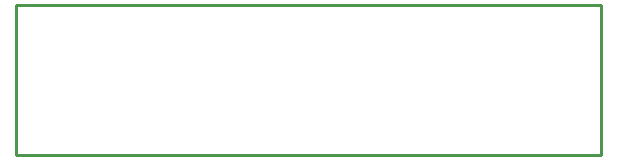
<source format=gko>
G04 EAGLE Gerber RS-274X export*
G75*
%MOMM*%
%FSLAX34Y34*%
%LPD*%
%INBoard Outline*%
%IPPOS*%
%AMOC8*
5,1,8,0,0,1.08239X$1,22.5*%
G01*
%ADD10C,0.254000*%


D10*
X0Y0D02*
X495300Y0D01*
X495300Y127000D01*
X0Y127000D01*
X0Y0D01*
M02*

</source>
